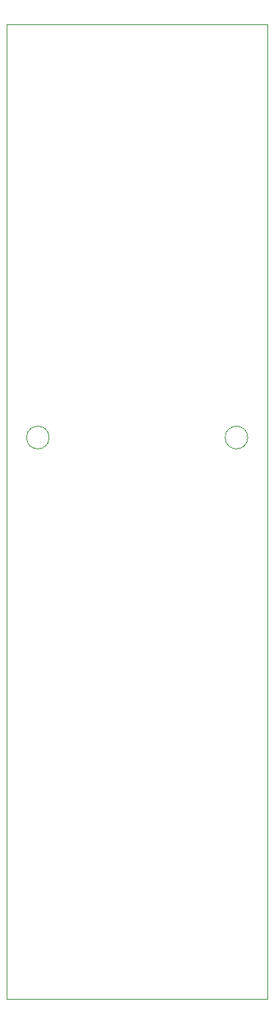
<source format=gbr>
%TF.GenerationSoftware,KiCad,Pcbnew,(6.0.10-0)*%
%TF.CreationDate,2023-02-15T18:47:27+02:00*%
%TF.ProjectId,gtoe,67746f65-2e6b-4696-9361-645f70636258,rev?*%
%TF.SameCoordinates,Original*%
%TF.FileFunction,Profile,NP*%
%FSLAX46Y46*%
G04 Gerber Fmt 4.6, Leading zero omitted, Abs format (unit mm)*
G04 Created by KiCad (PCBNEW (6.0.10-0)) date 2023-02-15 18:47:27*
%MOMM*%
%LPD*%
G01*
G04 APERTURE LIST*
%TA.AperFunction,Profile*%
%ADD10C,0.100000*%
%TD*%
G04 APERTURE END LIST*
D10*
X100000000Y-40000000D02*
X130000000Y-40000000D01*
X130000000Y-40000000D02*
X130000000Y-152000000D01*
X130000000Y-152000000D02*
X100000000Y-152000000D01*
X100000000Y-152000000D02*
X100000000Y-40000000D01*
X104860000Y-87450000D02*
G75*
G03*
X104860000Y-87450000I-1300000J0D01*
G01*
X127750000Y-87450000D02*
G75*
G03*
X127750000Y-87450000I-1300000J0D01*
G01*
M02*

</source>
